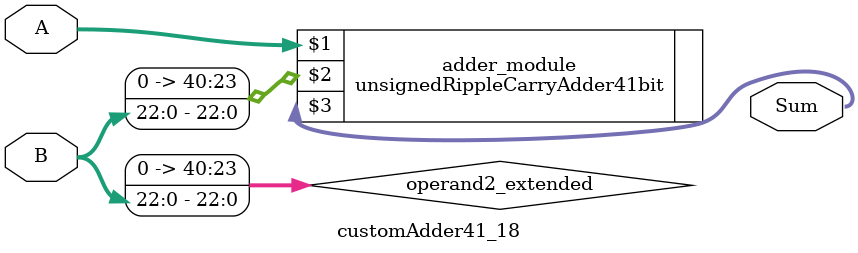
<source format=v>
module customAdder41_18(
                        input [40 : 0] A,
                        input [22 : 0] B,
                        
                        output [41 : 0] Sum
                );

        wire [40 : 0] operand2_extended;
        
        assign operand2_extended =  {18'b0, B};
        
        unsignedRippleCarryAdder41bit adder_module(
            A,
            operand2_extended,
            Sum
        );
        
        endmodule
        
</source>
